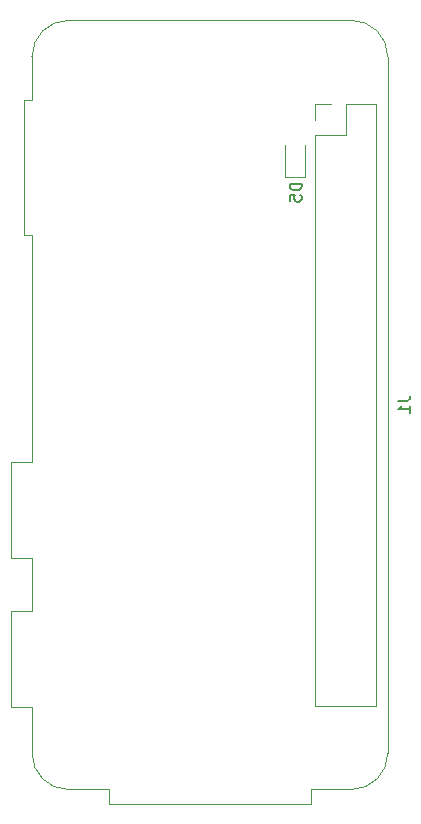
<source format=gbr>
%TF.GenerationSoftware,KiCad,Pcbnew,8.0.4-8.0.4-0~ubuntu22.04.1*%
%TF.CreationDate,2024-09-03T10:52:44+09:00*%
%TF.ProjectId,control_board,636f6e74-726f-46c5-9f62-6f6172642e6b,rev?*%
%TF.SameCoordinates,Original*%
%TF.FileFunction,Legend,Bot*%
%TF.FilePolarity,Positive*%
%FSLAX46Y46*%
G04 Gerber Fmt 4.6, Leading zero omitted, Abs format (unit mm)*
G04 Created by KiCad (PCBNEW 8.0.4-8.0.4-0~ubuntu22.04.1) date 2024-09-03 10:52:44*
%MOMM*%
%LPD*%
G01*
G04 APERTURE LIST*
%ADD10C,0.150000*%
%ADD11C,0.120000*%
G04 APERTURE END LIST*
D10*
X165942319Y-99666666D02*
X166656604Y-99666666D01*
X166656604Y-99666666D02*
X166799461Y-99619047D01*
X166799461Y-99619047D02*
X166894700Y-99523809D01*
X166894700Y-99523809D02*
X166942319Y-99380952D01*
X166942319Y-99380952D02*
X166942319Y-99285714D01*
X166942319Y-100666666D02*
X166942319Y-100095238D01*
X166942319Y-100380952D02*
X165942319Y-100380952D01*
X165942319Y-100380952D02*
X166085176Y-100285714D01*
X166085176Y-100285714D02*
X166180414Y-100190476D01*
X166180414Y-100190476D02*
X166228033Y-100095238D01*
X157754819Y-81261905D02*
X156754819Y-81261905D01*
X156754819Y-81261905D02*
X156754819Y-81500000D01*
X156754819Y-81500000D02*
X156802438Y-81642857D01*
X156802438Y-81642857D02*
X156897676Y-81738095D01*
X156897676Y-81738095D02*
X156992914Y-81785714D01*
X156992914Y-81785714D02*
X157183390Y-81833333D01*
X157183390Y-81833333D02*
X157326247Y-81833333D01*
X157326247Y-81833333D02*
X157516723Y-81785714D01*
X157516723Y-81785714D02*
X157611961Y-81738095D01*
X157611961Y-81738095D02*
X157707200Y-81642857D01*
X157707200Y-81642857D02*
X157754819Y-81500000D01*
X157754819Y-81500000D02*
X157754819Y-81261905D01*
X156754819Y-82738095D02*
X156754819Y-82261905D01*
X156754819Y-82261905D02*
X157231009Y-82214286D01*
X157231009Y-82214286D02*
X157183390Y-82261905D01*
X157183390Y-82261905D02*
X157135771Y-82357143D01*
X157135771Y-82357143D02*
X157135771Y-82595238D01*
X157135771Y-82595238D02*
X157183390Y-82690476D01*
X157183390Y-82690476D02*
X157231009Y-82738095D01*
X157231009Y-82738095D02*
X157326247Y-82785714D01*
X157326247Y-82785714D02*
X157564342Y-82785714D01*
X157564342Y-82785714D02*
X157659580Y-82738095D01*
X157659580Y-82738095D02*
X157707200Y-82690476D01*
X157707200Y-82690476D02*
X157754819Y-82595238D01*
X157754819Y-82595238D02*
X157754819Y-82357143D01*
X157754819Y-82357143D02*
X157707200Y-82261905D01*
X157707200Y-82261905D02*
X157659580Y-82214286D01*
D11*
%TO.C,J1*%
X165047500Y-70500000D02*
X165047500Y-129500000D01*
X164087500Y-125460000D02*
X164087500Y-74540000D01*
X161487500Y-74540000D02*
X164087500Y-74540000D01*
X158887500Y-125460000D02*
X164087500Y-125460000D01*
X137987500Y-67440000D02*
X161987500Y-67440000D01*
X161487500Y-77140000D02*
X161487500Y-74540000D01*
X158887500Y-77140000D02*
X161487500Y-77140000D01*
X158887500Y-74540000D02*
X160217500Y-74540000D01*
X158887500Y-75870000D02*
X158887500Y-74540000D01*
X158887500Y-125460000D02*
X158887500Y-77140000D01*
X161987500Y-132560000D02*
X158547500Y-132560000D01*
X158547500Y-133760000D02*
X158547500Y-132560000D01*
X141427500Y-133760000D02*
X158547500Y-133760000D01*
X137987500Y-132560000D02*
X141427500Y-132560000D01*
X141427500Y-132560000D02*
X141427500Y-133760000D01*
X134927500Y-70500000D02*
X134927500Y-74190000D01*
X134227500Y-85610000D02*
X134927500Y-85610000D01*
X134927500Y-85610000D02*
X134927500Y-104840000D01*
X133127500Y-112960000D02*
X134927500Y-112960000D01*
X134927500Y-112960000D02*
X134927500Y-117440000D01*
X133127500Y-125560000D02*
X134927500Y-125560000D01*
X134927500Y-125560000D02*
X134927500Y-129500000D01*
X134927500Y-74190000D02*
X134227500Y-74190000D01*
X134227500Y-74190000D02*
X134227500Y-85610000D01*
X134927500Y-104840000D02*
X133127500Y-104840000D01*
X133127500Y-104840000D02*
X133127500Y-112960000D01*
X134927500Y-117440000D02*
X133127500Y-117440000D01*
X133127500Y-117440000D02*
X133127500Y-125560000D01*
X161987500Y-67440000D02*
G75*
G02*
X165047500Y-70500000I1J-3059999D01*
G01*
X165047500Y-129500000D02*
G75*
G02*
X161987500Y-132560000I-3059999J-1D01*
G01*
X134927500Y-70500000D02*
G75*
G02*
X137987500Y-67440000I3060000J0D01*
G01*
X137987500Y-132560000D02*
G75*
G02*
X134927500Y-129500000I0J3060000D01*
G01*
%TO.C,D5*%
X156350000Y-80660000D02*
X158050000Y-80660000D01*
X158050000Y-78000000D02*
X158050000Y-80660000D01*
X156350000Y-78000000D02*
X156350000Y-80660000D01*
%TD*%
M02*

</source>
